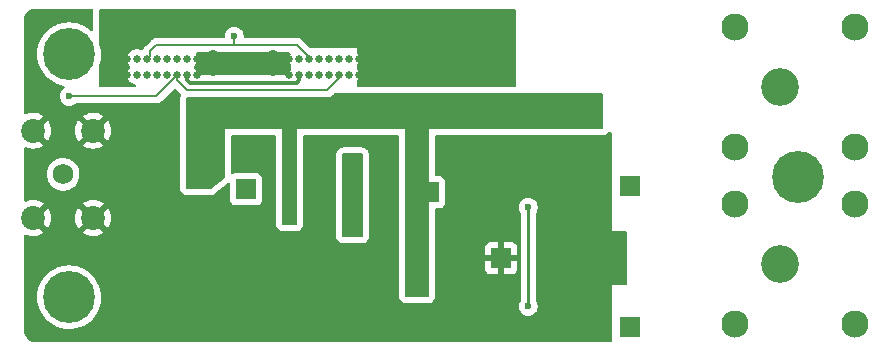
<source format=gbl>
G04 #@! TF.GenerationSoftware,KiCad,Pcbnew,(6.0.9-0)*
G04 #@! TF.CreationDate,2023-02-01T14:54:16-05:00*
G04 #@! TF.ProjectId,beach_bod_02,62656163-685f-4626-9f64-5f30322e6b69,rev?*
G04 #@! TF.SameCoordinates,Original*
G04 #@! TF.FileFunction,Copper,L2,Bot*
G04 #@! TF.FilePolarity,Positive*
%FSLAX46Y46*%
G04 Gerber Fmt 4.6, Leading zero omitted, Abs format (unit mm)*
G04 Created by KiCad (PCBNEW (6.0.9-0)) date 2023-02-01 14:54:16*
%MOMM*%
%LPD*%
G01*
G04 APERTURE LIST*
G04 #@! TA.AperFunction,ComponentPad*
%ADD10C,3.200000*%
G04 #@! TD*
G04 #@! TA.AperFunction,ComponentPad*
%ADD11C,2.300000*%
G04 #@! TD*
G04 #@! TA.AperFunction,ComponentPad*
%ADD12C,4.400000*%
G04 #@! TD*
G04 #@! TA.AperFunction,ComponentPad*
%ADD13C,1.755000*%
G04 #@! TD*
G04 #@! TA.AperFunction,ComponentPad*
%ADD14C,2.025000*%
G04 #@! TD*
G04 #@! TA.AperFunction,ComponentPad*
%ADD15R,1.700000X1.700000*%
G04 #@! TD*
G04 #@! TA.AperFunction,ComponentPad*
%ADD16C,0.650000*%
G04 #@! TD*
G04 #@! TA.AperFunction,ComponentPad*
%ADD17O,1.108000X2.216000*%
G04 #@! TD*
G04 #@! TA.AperFunction,ViaPad*
%ADD18C,0.600000*%
G04 #@! TD*
G04 #@! TA.AperFunction,Conductor*
%ADD19C,0.250000*%
G04 #@! TD*
G04 #@! TA.AperFunction,Conductor*
%ADD20C,0.300000*%
G04 #@! TD*
G04 #@! TA.AperFunction,Conductor*
%ADD21C,0.200000*%
G04 #@! TD*
G04 APERTURE END LIST*
D10*
X160782000Y-96520000D03*
D11*
X167142000Y-91440000D03*
X156982000Y-91440000D03*
X167142000Y-101600000D03*
X156982000Y-101600000D03*
D10*
X160782000Y-81534000D03*
D11*
X167142000Y-76454000D03*
X156982000Y-86614000D03*
X167142000Y-86614000D03*
X156982000Y-76454000D03*
D12*
X100584000Y-99314000D03*
X162306000Y-89154000D03*
D13*
X100076000Y-88900000D03*
D14*
X97536000Y-92600000D03*
X102616000Y-92600000D03*
X102616000Y-85200000D03*
X97536000Y-85200000D03*
D15*
X137160000Y-96012000D03*
X148082000Y-101854000D03*
X131064000Y-90424000D03*
X115570000Y-90170000D03*
D12*
X100584000Y-78740000D03*
D16*
X125154000Y-80479000D03*
X124304000Y-80479000D03*
X123454000Y-80479000D03*
X122604000Y-80479000D03*
X121754000Y-80479000D03*
X120904000Y-80479000D03*
X120054000Y-80479000D03*
X119204000Y-80479000D03*
X119204000Y-79129000D03*
X120054000Y-79129000D03*
X120904000Y-79129000D03*
X121754000Y-79129000D03*
X122604000Y-79129000D03*
X123454000Y-79129000D03*
X124304000Y-79129000D03*
X125154000Y-79129000D03*
D17*
X126504000Y-79499000D03*
X117854000Y-79499000D03*
X117854000Y-76119000D03*
X126504000Y-76119000D03*
D16*
X111433000Y-80479000D03*
X110583000Y-80479000D03*
X109733000Y-80479000D03*
X108883000Y-80479000D03*
X108033000Y-80479000D03*
X107183000Y-80479000D03*
X106333000Y-80479000D03*
X105483000Y-80479000D03*
X105483000Y-79129000D03*
X106333000Y-79129000D03*
X107183000Y-79129000D03*
X108033000Y-79129000D03*
X108883000Y-79129000D03*
X109733000Y-79129000D03*
X110583000Y-79129000D03*
X111433000Y-79129000D03*
D17*
X112783000Y-79499000D03*
X104133000Y-79499000D03*
X104133000Y-76119000D03*
X112783000Y-76119000D03*
D15*
X148082000Y-89916000D03*
D18*
X115316000Y-102108000D03*
X134874000Y-94234000D03*
X141986000Y-95758000D03*
X133604000Y-94234000D03*
X109728000Y-93472000D03*
X119380000Y-95504000D03*
X138176000Y-87884000D03*
X143256000Y-95758000D03*
X121666000Y-98806000D03*
X134874000Y-95504000D03*
X119380000Y-94234000D03*
X116586000Y-102108000D03*
X109728000Y-94996000D03*
X134874000Y-97282000D03*
X120650000Y-98806000D03*
X139192000Y-87884000D03*
X140716000Y-95758000D03*
X145034000Y-97536000D03*
X139446000Y-91694000D03*
X139446000Y-100076000D03*
X124206000Y-93472000D03*
X124968000Y-93472000D03*
X124206000Y-87884000D03*
X124206000Y-92456000D03*
X124968000Y-92456000D03*
X124968000Y-87884000D03*
X112776000Y-89408000D03*
X141478000Y-84328000D03*
X130048000Y-84328000D03*
X119380000Y-92710000D03*
X111252000Y-89408000D03*
X144272000Y-83312000D03*
X122682000Y-84582000D03*
X112014000Y-89408000D03*
X129794000Y-98552000D03*
X139446000Y-84328000D03*
X132334000Y-84797500D03*
X129286000Y-84328000D03*
X121920000Y-84582000D03*
X138684000Y-84328000D03*
X129794000Y-97282000D03*
X130556000Y-97282000D03*
X120142000Y-84582000D03*
X116840000Y-84582000D03*
X119380000Y-84582000D03*
X125222000Y-84582000D03*
X130556000Y-98552000D03*
X119380000Y-91948000D03*
X112014000Y-88646000D03*
X112776000Y-88646000D03*
X142240000Y-84328000D03*
X111252000Y-88646000D03*
X145034000Y-83312000D03*
X137922000Y-78232000D03*
X137922000Y-77470000D03*
X100584000Y-82296000D03*
X114554000Y-77216000D03*
D19*
X139446000Y-91694000D02*
X139446000Y-100076000D01*
D20*
X110583000Y-80938619D02*
X110798381Y-81154000D01*
X120054000Y-80938619D02*
X120054000Y-80479000D01*
X110583000Y-80479000D02*
X110583000Y-80938619D01*
X110798381Y-81154000D02*
X119838619Y-81154000D01*
X119838619Y-81154000D02*
X120054000Y-80938619D01*
D21*
X107949884Y-82296000D02*
X109733000Y-80512884D01*
X110582381Y-81788000D02*
X122428000Y-81788000D01*
X109733000Y-80938619D02*
X110582381Y-81788000D01*
X109733000Y-80479000D02*
X109733000Y-80938619D01*
X122428000Y-81788000D02*
X123444000Y-80772000D01*
X100584000Y-82296000D02*
X107949884Y-82296000D01*
X114554000Y-77216000D02*
X114554000Y-77978000D01*
X107183000Y-79129000D02*
X107442000Y-78870000D01*
X107950000Y-77978000D02*
X114554000Y-77978000D01*
X119888000Y-77978000D02*
X120904000Y-78994000D01*
X114554000Y-77978000D02*
X119888000Y-77978000D01*
X107442000Y-78486000D02*
X107950000Y-77978000D01*
X107442000Y-78870000D02*
X107442000Y-78486000D01*
G04 #@! TA.AperFunction,Conductor*
G36*
X138372121Y-74942502D02*
G01*
X138418614Y-74996158D01*
X138430000Y-75048500D01*
X138430000Y-81408000D01*
X138409998Y-81476121D01*
X138356342Y-81522614D01*
X138304000Y-81534000D01*
X125094000Y-81534000D01*
X125025879Y-81513998D01*
X124979386Y-81460342D01*
X124968000Y-81408000D01*
X124968000Y-81013680D01*
X124984881Y-80950680D01*
X125058984Y-80822330D01*
X125058986Y-80822326D01*
X125062286Y-80816611D01*
X125115908Y-80651576D01*
X125134047Y-80479000D01*
X125115908Y-80306424D01*
X125062286Y-80141389D01*
X125005685Y-80043354D01*
X124984881Y-80007320D01*
X124968000Y-79944320D01*
X124968000Y-79663680D01*
X124984881Y-79600680D01*
X125058984Y-79472330D01*
X125058986Y-79472326D01*
X125062286Y-79466611D01*
X125115908Y-79301576D01*
X125134047Y-79129000D01*
X125115908Y-78956424D01*
X125062286Y-78791389D01*
X125016259Y-78711669D01*
X124984881Y-78657320D01*
X124968000Y-78594320D01*
X124968000Y-78232000D01*
X121043425Y-78232000D01*
X120975304Y-78211998D01*
X120954330Y-78195095D01*
X120346297Y-77587062D01*
X120335429Y-77574671D01*
X120321305Y-77556264D01*
X120316282Y-77549718D01*
X120190841Y-77453464D01*
X120044762Y-77392956D01*
X119927361Y-77377500D01*
X119888000Y-77372318D01*
X119879812Y-77373396D01*
X119856827Y-77376422D01*
X119840381Y-77377500D01*
X115484373Y-77377500D01*
X115416252Y-77357498D01*
X115369759Y-77303842D01*
X115358766Y-77241945D01*
X115359251Y-77238493D01*
X115359565Y-77216000D01*
X115339546Y-77037528D01*
X115333427Y-77019955D01*
X115282803Y-76874584D01*
X115280485Y-76867927D01*
X115185316Y-76715625D01*
X115121771Y-76651635D01*
X115063733Y-76593190D01*
X115063729Y-76593187D01*
X115058770Y-76588193D01*
X115047761Y-76581206D01*
X114948846Y-76518433D01*
X114907136Y-76491963D01*
X114877352Y-76481357D01*
X114744586Y-76434081D01*
X114744581Y-76434080D01*
X114737951Y-76431719D01*
X114730965Y-76430886D01*
X114730961Y-76430885D01*
X114603177Y-76415648D01*
X114559624Y-76410455D01*
X114552621Y-76411191D01*
X114552620Y-76411191D01*
X114388025Y-76428490D01*
X114388021Y-76428491D01*
X114381017Y-76429227D01*
X114374346Y-76431498D01*
X114217677Y-76484832D01*
X114217674Y-76484833D01*
X114211007Y-76487103D01*
X114205009Y-76490793D01*
X114205007Y-76490794D01*
X114186165Y-76502386D01*
X114058045Y-76581206D01*
X114053014Y-76586132D01*
X114053011Y-76586135D01*
X114045807Y-76593190D01*
X113929732Y-76706859D01*
X113925913Y-76712784D01*
X113925912Y-76712786D01*
X113836265Y-76851891D01*
X113832446Y-76857817D01*
X113771022Y-77026578D01*
X113748514Y-77204753D01*
X113749201Y-77211760D01*
X113749201Y-77211763D01*
X113751892Y-77239205D01*
X113738632Y-77308952D01*
X113689770Y-77360459D01*
X113626493Y-77377500D01*
X107997619Y-77377500D01*
X107981173Y-77376422D01*
X107958188Y-77373396D01*
X107950000Y-77372318D01*
X107793238Y-77392956D01*
X107647159Y-77453464D01*
X107603999Y-77486582D01*
X107521718Y-77549718D01*
X107516692Y-77556268D01*
X107502577Y-77574663D01*
X107491710Y-77587054D01*
X107051055Y-78027709D01*
X107038675Y-78038567D01*
X107013718Y-78057718D01*
X106954600Y-78134762D01*
X106917464Y-78183159D01*
X106867617Y-78303500D01*
X106861193Y-78319009D01*
X106816645Y-78374290D01*
X106749281Y-78396711D01*
X106693535Y-78385898D01*
X106595530Y-78342263D01*
X106595529Y-78342263D01*
X106589499Y-78339578D01*
X106492729Y-78319009D01*
X106426221Y-78304872D01*
X106426217Y-78304872D01*
X106419764Y-78303500D01*
X106246236Y-78303500D01*
X106239783Y-78304872D01*
X106239779Y-78304872D01*
X106173271Y-78319009D01*
X106076501Y-78339578D01*
X106070472Y-78342262D01*
X106070470Y-78342263D01*
X105924007Y-78407473D01*
X105924005Y-78407474D01*
X105917977Y-78410158D01*
X105777590Y-78512155D01*
X105661478Y-78641111D01*
X105574714Y-78791389D01*
X105521092Y-78956424D01*
X105502953Y-79129000D01*
X105521092Y-79301576D01*
X105574714Y-79466611D01*
X105661478Y-79616889D01*
X105688014Y-79646360D01*
X105754040Y-79719690D01*
X105784758Y-79783697D01*
X105775993Y-79854151D01*
X105754040Y-79888310D01*
X105661478Y-79991111D01*
X105574714Y-80141389D01*
X105521092Y-80306424D01*
X105502953Y-80479000D01*
X105521092Y-80651576D01*
X105574714Y-80816611D01*
X105661478Y-80966889D01*
X105777590Y-81095845D01*
X105917976Y-81197842D01*
X105924004Y-81200526D01*
X105924006Y-81200527D01*
X106070470Y-81265737D01*
X106076501Y-81268422D01*
X106139586Y-81281831D01*
X106153333Y-81284753D01*
X106215806Y-81318481D01*
X106250128Y-81380631D01*
X106245400Y-81451470D01*
X106203124Y-81508507D01*
X106136723Y-81533635D01*
X106127136Y-81534000D01*
X103250000Y-81534000D01*
X103181879Y-81513998D01*
X103135386Y-81460342D01*
X103124000Y-81408000D01*
X103124000Y-79680244D01*
X103130476Y-79640368D01*
X103149495Y-79583360D01*
X103197251Y-79440218D01*
X103262446Y-79121199D01*
X103288843Y-78796658D01*
X103289436Y-78740000D01*
X103286935Y-78698506D01*
X103270069Y-78418755D01*
X103270069Y-78418751D01*
X103269841Y-78414977D01*
X103266506Y-78396711D01*
X103212022Y-78098385D01*
X103212021Y-78098381D01*
X103211342Y-78094663D01*
X103210222Y-78091055D01*
X103210217Y-78091036D01*
X103129668Y-77831627D01*
X103124000Y-77794263D01*
X103124000Y-75048500D01*
X103144002Y-74980379D01*
X103197658Y-74933886D01*
X103250000Y-74922500D01*
X138304000Y-74922500D01*
X138372121Y-74942502D01*
G37*
G04 #@! TD.AperFunction*
G04 #@! TA.AperFunction,Conductor*
G36*
X114522827Y-78579578D02*
G01*
X114554000Y-78583682D01*
X114562188Y-78582604D01*
X114585173Y-78579578D01*
X114601619Y-78578500D01*
X119200387Y-78578500D01*
X119268508Y-78598502D01*
X119315001Y-78652158D01*
X119325105Y-78722432D01*
X119309506Y-78767501D01*
X119295714Y-78791389D01*
X119242092Y-78956424D01*
X119223953Y-79129000D01*
X119242092Y-79301576D01*
X119295714Y-79466611D01*
X119299014Y-79472326D01*
X119299016Y-79472330D01*
X119363119Y-79583360D01*
X119380000Y-79646360D01*
X119380000Y-79961640D01*
X119363119Y-80024640D01*
X119352315Y-80043354D01*
X119295714Y-80141389D01*
X119242092Y-80306424D01*
X119241402Y-80312991D01*
X119233237Y-80390671D01*
X119206223Y-80456328D01*
X119148002Y-80496957D01*
X119107927Y-80503500D01*
X111529073Y-80503500D01*
X111460952Y-80483498D01*
X111414459Y-80429842D01*
X111403763Y-80390671D01*
X111395598Y-80312991D01*
X111394908Y-80306424D01*
X111341286Y-80141389D01*
X111254522Y-79991111D01*
X111161960Y-79888310D01*
X111131242Y-79824303D01*
X111140007Y-79753849D01*
X111161960Y-79719690D01*
X111227986Y-79646360D01*
X111254522Y-79616889D01*
X111341286Y-79466611D01*
X111394908Y-79301576D01*
X111413047Y-79129000D01*
X111394908Y-78956424D01*
X111341286Y-78791389D01*
X111327494Y-78767501D01*
X111310756Y-78698506D01*
X111333976Y-78631414D01*
X111389783Y-78587526D01*
X111436613Y-78578500D01*
X114506381Y-78578500D01*
X114522827Y-78579578D01*
G37*
G04 #@! TD.AperFunction*
G04 #@! TA.AperFunction,Conductor*
G36*
X145738121Y-82062002D02*
G01*
X145784614Y-82115658D01*
X145796000Y-82168000D01*
X145796000Y-84964000D01*
X145775998Y-85032121D01*
X145722342Y-85078614D01*
X145670000Y-85090000D01*
X131061216Y-85090000D01*
X131061216Y-99188000D01*
X131041214Y-99256121D01*
X130987558Y-99302614D01*
X130935216Y-99314000D01*
X129158000Y-99314000D01*
X129089879Y-99293998D01*
X129043386Y-99240342D01*
X129032000Y-99188000D01*
X129032000Y-85090000D01*
X119888000Y-85090000D01*
X119888000Y-93092000D01*
X119867998Y-93160121D01*
X119814342Y-93206614D01*
X119762000Y-93218000D01*
X118744000Y-93218000D01*
X118675879Y-93197998D01*
X118629386Y-93144342D01*
X118618000Y-93092000D01*
X118618000Y-85090000D01*
X113792000Y-85090000D01*
X113792000Y-89093441D01*
X113771998Y-89161562D01*
X113744712Y-89191830D01*
X112556514Y-90142389D01*
X112490825Y-90169325D01*
X112477802Y-90170000D01*
X110616000Y-90170000D01*
X110547879Y-90149998D01*
X110501386Y-90096342D01*
X110490000Y-90044000D01*
X110490000Y-82516343D01*
X110510002Y-82448222D01*
X110563658Y-82401729D01*
X110599555Y-82391421D01*
X110613555Y-82389578D01*
X110630000Y-82388500D01*
X122380381Y-82388500D01*
X122396827Y-82389578D01*
X122428000Y-82393682D01*
X122436188Y-82392604D01*
X122467361Y-82388500D01*
X122576574Y-82374122D01*
X122584762Y-82373044D01*
X122730841Y-82312536D01*
X122856282Y-82216282D01*
X122875430Y-82191328D01*
X122886297Y-82178938D01*
X122986330Y-82078905D01*
X123048642Y-82044879D01*
X123075425Y-82042000D01*
X145670000Y-82042000D01*
X145738121Y-82062002D01*
G37*
G04 #@! TD.AperFunction*
G04 #@! TA.AperFunction,Conductor*
G36*
X102560621Y-74942502D02*
G01*
X102607114Y-74996158D01*
X102618500Y-75048500D01*
X102618500Y-76650692D01*
X102598498Y-76718813D01*
X102544842Y-76765306D01*
X102474568Y-76775410D01*
X102409988Y-76745916D01*
X102403172Y-76739554D01*
X102386410Y-76722704D01*
X102383738Y-76720018D01*
X102128029Y-76518433D01*
X101849954Y-76349029D01*
X101731453Y-76295150D01*
X101556994Y-76215827D01*
X101556986Y-76215824D01*
X101553542Y-76214258D01*
X101243085Y-76116073D01*
X101101071Y-76089368D01*
X100926805Y-76056597D01*
X100926800Y-76056596D01*
X100923081Y-76055897D01*
X100598166Y-76034601D01*
X100594386Y-76034809D01*
X100594385Y-76034809D01*
X100497156Y-76040160D01*
X100273045Y-76052494D01*
X100269318Y-76053155D01*
X100269314Y-76053155D01*
X100010625Y-76099001D01*
X99952429Y-76109315D01*
X99948804Y-76110420D01*
X99948799Y-76110421D01*
X99747196Y-76171866D01*
X99640961Y-76204244D01*
X99637497Y-76205775D01*
X99637490Y-76205778D01*
X99453938Y-76286926D01*
X99343153Y-76335903D01*
X99339899Y-76337839D01*
X99339893Y-76337842D01*
X99317780Y-76350998D01*
X99063319Y-76502386D01*
X98805513Y-76701282D01*
X98802812Y-76703941D01*
X98802805Y-76703947D01*
X98576177Y-76927044D01*
X98573469Y-76929710D01*
X98370548Y-77184360D01*
X98199690Y-77461544D01*
X98063369Y-77757247D01*
X97963560Y-78067185D01*
X97962841Y-78070901D01*
X97962839Y-78070909D01*
X97902428Y-78383151D01*
X97902427Y-78383160D01*
X97901709Y-78386870D01*
X97878712Y-78711669D01*
X97894902Y-79036879D01*
X97950045Y-79357789D01*
X98043341Y-79669749D01*
X98173439Y-79968242D01*
X98338455Y-80248944D01*
X98340756Y-80251959D01*
X98533698Y-80504775D01*
X98533703Y-80504781D01*
X98535998Y-80507788D01*
X98763208Y-80741025D01*
X99016792Y-80945276D01*
X99293078Y-81117583D01*
X99588063Y-81255451D01*
X99897474Y-81356881D01*
X100097180Y-81396605D01*
X100100362Y-81397238D01*
X100163271Y-81430146D01*
X100198403Y-81491841D01*
X100194603Y-81562735D01*
X100153077Y-81620321D01*
X100141801Y-81628135D01*
X100094048Y-81657512D01*
X100094042Y-81657516D01*
X100088045Y-81661206D01*
X100083014Y-81666132D01*
X100083011Y-81666135D01*
X100053025Y-81695500D01*
X99959732Y-81786859D01*
X99862446Y-81937817D01*
X99801022Y-82106578D01*
X99778514Y-82284753D01*
X99796039Y-82463486D01*
X99852726Y-82633896D01*
X99856373Y-82639918D01*
X99910508Y-82729305D01*
X99945759Y-82787512D01*
X99950648Y-82792575D01*
X99950649Y-82792576D01*
X100027713Y-82872378D01*
X100070514Y-82916699D01*
X100220789Y-83015036D01*
X100389116Y-83077636D01*
X100396097Y-83078567D01*
X100396099Y-83078568D01*
X100560149Y-83100457D01*
X100560153Y-83100457D01*
X100567130Y-83101388D01*
X100574142Y-83100750D01*
X100574146Y-83100750D01*
X100738960Y-83085751D01*
X100738961Y-83085751D01*
X100745981Y-83085112D01*
X100916782Y-83029615D01*
X100947714Y-83011176D01*
X101064992Y-82941265D01*
X101064994Y-82941264D01*
X101071044Y-82937657D01*
X101076143Y-82932801D01*
X101076146Y-82932799D01*
X101077769Y-82931253D01*
X101079053Y-82930592D01*
X101081758Y-82928539D01*
X101082119Y-82929014D01*
X101140895Y-82898762D01*
X101164660Y-82896500D01*
X107902265Y-82896500D01*
X107918711Y-82897578D01*
X107930203Y-82899091D01*
X107949884Y-82901682D01*
X107958072Y-82900604D01*
X107989245Y-82896500D01*
X108098458Y-82882122D01*
X108106646Y-82881044D01*
X108252725Y-82820536D01*
X108378166Y-82724282D01*
X108397314Y-82699328D01*
X108408181Y-82686938D01*
X109431038Y-81664082D01*
X109493350Y-81630056D01*
X109564166Y-81635121D01*
X109609228Y-81664082D01*
X110033963Y-82088817D01*
X110067989Y-82151129D01*
X110062924Y-82221944D01*
X110059483Y-82230252D01*
X110024978Y-82305807D01*
X110004976Y-82373928D01*
X110004338Y-82378368D01*
X110004337Y-82378371D01*
X109992100Y-82463486D01*
X109984500Y-82516343D01*
X109984500Y-90044000D01*
X109996052Y-90151449D01*
X110007438Y-90203791D01*
X110041567Y-90306333D01*
X110119354Y-90427373D01*
X110165847Y-90481029D01*
X110169240Y-90483969D01*
X110267774Y-90569350D01*
X110267777Y-90569352D01*
X110274586Y-90575252D01*
X110405464Y-90635022D01*
X110473585Y-90655024D01*
X110478025Y-90655662D01*
X110478028Y-90655663D01*
X110611554Y-90674861D01*
X110611557Y-90674861D01*
X110616000Y-90675500D01*
X112477802Y-90675500D01*
X112503968Y-90674822D01*
X112510826Y-90674467D01*
X112516186Y-90674189D01*
X112516207Y-90674188D01*
X112516991Y-90674147D01*
X112533673Y-90672849D01*
X112537765Y-90672531D01*
X112537766Y-90672531D01*
X112543073Y-90672118D01*
X112548227Y-90670822D01*
X112548233Y-90670821D01*
X112678242Y-90638129D01*
X112678241Y-90638129D01*
X112682609Y-90637031D01*
X112686767Y-90635326D01*
X112686773Y-90635324D01*
X112744141Y-90611800D01*
X112744146Y-90611798D01*
X112748298Y-90610095D01*
X112752167Y-90607818D01*
X112752173Y-90607815D01*
X112868422Y-90539399D01*
X112868426Y-90539396D01*
X112872297Y-90537118D01*
X114014790Y-89623123D01*
X114080477Y-89596188D01*
X114150300Y-89609042D01*
X114202090Y-89657605D01*
X114219500Y-89721513D01*
X114219501Y-90423579D01*
X114219501Y-91067376D01*
X114219870Y-91070770D01*
X114219870Y-91070776D01*
X114222305Y-91093188D01*
X114226149Y-91128580D01*
X114276474Y-91262824D01*
X114281854Y-91270003D01*
X114281856Y-91270006D01*
X114354982Y-91367576D01*
X114362454Y-91377546D01*
X114369635Y-91382928D01*
X114469994Y-91458144D01*
X114469997Y-91458146D01*
X114477176Y-91463526D01*
X114566561Y-91497034D01*
X114604025Y-91511079D01*
X114604027Y-91511079D01*
X114611420Y-91513851D01*
X114619270Y-91514704D01*
X114619271Y-91514704D01*
X114669217Y-91520130D01*
X114672623Y-91520500D01*
X115569868Y-91520500D01*
X116467376Y-91520499D01*
X116470770Y-91520130D01*
X116470776Y-91520130D01*
X116520722Y-91514705D01*
X116520726Y-91514704D01*
X116528580Y-91513851D01*
X116662824Y-91463526D01*
X116670003Y-91458146D01*
X116670006Y-91458144D01*
X116770365Y-91382928D01*
X116777546Y-91377546D01*
X116785018Y-91367576D01*
X116858144Y-91270006D01*
X116858146Y-91270003D01*
X116863526Y-91262824D01*
X116897034Y-91173439D01*
X116911079Y-91135975D01*
X116911079Y-91135973D01*
X116913851Y-91128580D01*
X116920500Y-91067377D01*
X116920499Y-89272624D01*
X116913851Y-89211420D01*
X116863526Y-89077176D01*
X116858146Y-89069997D01*
X116858144Y-89069994D01*
X116782928Y-88969635D01*
X116777546Y-88962454D01*
X116757593Y-88947500D01*
X116670006Y-88881856D01*
X116670003Y-88881854D01*
X116662824Y-88876474D01*
X116573439Y-88842966D01*
X116535975Y-88828921D01*
X116535973Y-88828921D01*
X116528580Y-88826149D01*
X116520730Y-88825296D01*
X116520729Y-88825296D01*
X116470774Y-88819869D01*
X116470773Y-88819869D01*
X116467377Y-88819500D01*
X115570132Y-88819500D01*
X114672624Y-88819501D01*
X114669230Y-88819870D01*
X114669224Y-88819870D01*
X114619278Y-88825295D01*
X114619274Y-88825296D01*
X114611420Y-88826149D01*
X114477176Y-88876474D01*
X114476901Y-88875739D01*
X114414650Y-88889353D01*
X114348102Y-88864615D01*
X114305493Y-88807827D01*
X114297500Y-88763664D01*
X114297500Y-85721500D01*
X114317502Y-85653379D01*
X114371158Y-85606886D01*
X114423500Y-85595500D01*
X117986500Y-85595500D01*
X118054621Y-85615502D01*
X118101114Y-85669158D01*
X118112500Y-85721500D01*
X118112500Y-93092000D01*
X118124052Y-93199449D01*
X118135438Y-93251791D01*
X118169567Y-93354333D01*
X118247354Y-93475373D01*
X118293847Y-93529029D01*
X118297240Y-93531969D01*
X118395774Y-93617350D01*
X118395777Y-93617352D01*
X118402586Y-93623252D01*
X118533464Y-93683022D01*
X118601585Y-93703024D01*
X118606025Y-93703662D01*
X118606028Y-93703663D01*
X118739554Y-93722861D01*
X118739557Y-93722861D01*
X118744000Y-93723500D01*
X119762000Y-93723500D01*
X119765348Y-93723140D01*
X119765349Y-93723140D01*
X119791032Y-93720379D01*
X119869449Y-93711948D01*
X119872733Y-93711234D01*
X119872737Y-93711233D01*
X119897808Y-93705779D01*
X119921791Y-93700562D01*
X120024333Y-93666433D01*
X120145373Y-93588646D01*
X120199029Y-93542153D01*
X120255487Y-93476997D01*
X120287350Y-93440226D01*
X120287352Y-93440223D01*
X120293252Y-93433414D01*
X120353022Y-93302536D01*
X120373024Y-93234415D01*
X120377579Y-93202737D01*
X120392861Y-93096446D01*
X120392861Y-93096443D01*
X120393500Y-93092000D01*
X120393500Y-85721500D01*
X120413502Y-85653379D01*
X120467158Y-85606886D01*
X120519500Y-85595500D01*
X128400500Y-85595500D01*
X128468621Y-85615502D01*
X128515114Y-85669158D01*
X128526500Y-85721500D01*
X128526500Y-99188000D01*
X128538052Y-99295449D01*
X128538766Y-99298733D01*
X128538767Y-99298737D01*
X128544221Y-99323808D01*
X128549438Y-99347791D01*
X128583567Y-99450333D01*
X128661354Y-99571373D01*
X128664303Y-99574776D01*
X128664305Y-99574779D01*
X128686110Y-99599943D01*
X128707847Y-99625029D01*
X128711240Y-99627969D01*
X128809774Y-99713350D01*
X128809777Y-99713352D01*
X128816586Y-99719252D01*
X128824783Y-99722996D01*
X128824784Y-99722996D01*
X128850158Y-99734584D01*
X128947464Y-99779022D01*
X129015585Y-99799024D01*
X129020025Y-99799662D01*
X129020028Y-99799663D01*
X129153554Y-99818861D01*
X129153557Y-99818861D01*
X129158000Y-99819500D01*
X130935216Y-99819500D01*
X130938564Y-99819140D01*
X130938565Y-99819140D01*
X130964248Y-99816379D01*
X131042665Y-99807948D01*
X131045949Y-99807234D01*
X131045953Y-99807233D01*
X131071024Y-99801779D01*
X131095007Y-99796562D01*
X131197549Y-99762433D01*
X131318589Y-99684646D01*
X131372245Y-99638153D01*
X131427159Y-99574779D01*
X131460566Y-99536226D01*
X131460568Y-99536223D01*
X131466468Y-99529414D01*
X131526238Y-99398536D01*
X131546240Y-99330415D01*
X131550795Y-99298737D01*
X131566077Y-99192446D01*
X131566077Y-99192443D01*
X131566716Y-99188000D01*
X131566716Y-96906669D01*
X135802001Y-96906669D01*
X135802371Y-96913490D01*
X135807895Y-96964352D01*
X135811521Y-96979604D01*
X135856676Y-97100054D01*
X135865214Y-97115649D01*
X135941715Y-97217724D01*
X135954276Y-97230285D01*
X136056351Y-97306786D01*
X136071946Y-97315324D01*
X136192394Y-97360478D01*
X136207649Y-97364105D01*
X136258514Y-97369631D01*
X136265328Y-97370000D01*
X136887885Y-97370000D01*
X136903124Y-97365525D01*
X136904329Y-97364135D01*
X136906000Y-97356452D01*
X136906000Y-97351884D01*
X137414000Y-97351884D01*
X137418475Y-97367123D01*
X137419865Y-97368328D01*
X137427548Y-97369999D01*
X138054669Y-97369999D01*
X138061490Y-97369629D01*
X138112352Y-97364105D01*
X138127604Y-97360479D01*
X138248054Y-97315324D01*
X138263649Y-97306786D01*
X138365724Y-97230285D01*
X138378285Y-97217724D01*
X138454786Y-97115649D01*
X138463324Y-97100054D01*
X138508478Y-96979606D01*
X138512105Y-96964351D01*
X138517631Y-96913486D01*
X138518000Y-96906672D01*
X138518000Y-96284115D01*
X138513525Y-96268876D01*
X138512135Y-96267671D01*
X138504452Y-96266000D01*
X137432115Y-96266000D01*
X137416876Y-96270475D01*
X137415671Y-96271865D01*
X137414000Y-96279548D01*
X137414000Y-97351884D01*
X136906000Y-97351884D01*
X136906000Y-96284115D01*
X136901525Y-96268876D01*
X136900135Y-96267671D01*
X136892452Y-96266000D01*
X135820116Y-96266000D01*
X135804877Y-96270475D01*
X135803672Y-96271865D01*
X135802001Y-96279548D01*
X135802001Y-96906669D01*
X131566716Y-96906669D01*
X131566716Y-95739885D01*
X135802000Y-95739885D01*
X135806475Y-95755124D01*
X135807865Y-95756329D01*
X135815548Y-95758000D01*
X136887885Y-95758000D01*
X136903124Y-95753525D01*
X136904329Y-95752135D01*
X136906000Y-95744452D01*
X136906000Y-95739885D01*
X137414000Y-95739885D01*
X137418475Y-95755124D01*
X137419865Y-95756329D01*
X137427548Y-95758000D01*
X138499884Y-95758000D01*
X138515123Y-95753525D01*
X138516328Y-95752135D01*
X138517999Y-95744452D01*
X138517999Y-95117331D01*
X138517629Y-95110510D01*
X138512105Y-95059648D01*
X138508479Y-95044396D01*
X138463324Y-94923946D01*
X138454786Y-94908351D01*
X138378285Y-94806276D01*
X138365724Y-94793715D01*
X138263649Y-94717214D01*
X138248054Y-94708676D01*
X138127606Y-94663522D01*
X138112351Y-94659895D01*
X138061486Y-94654369D01*
X138054672Y-94654000D01*
X137432115Y-94654000D01*
X137416876Y-94658475D01*
X137415671Y-94659865D01*
X137414000Y-94667548D01*
X137414000Y-95739885D01*
X136906000Y-95739885D01*
X136906000Y-94672116D01*
X136901525Y-94656877D01*
X136900135Y-94655672D01*
X136892452Y-94654001D01*
X136265331Y-94654001D01*
X136258510Y-94654371D01*
X136207648Y-94659895D01*
X136192396Y-94663521D01*
X136071946Y-94708676D01*
X136056351Y-94717214D01*
X135954276Y-94793715D01*
X135941715Y-94806276D01*
X135865214Y-94908351D01*
X135856676Y-94923946D01*
X135811522Y-95044394D01*
X135807895Y-95059649D01*
X135802369Y-95110514D01*
X135802000Y-95117328D01*
X135802000Y-95739885D01*
X131566716Y-95739885D01*
X131566716Y-91900499D01*
X131586718Y-91832378D01*
X131640374Y-91785885D01*
X131692716Y-91774499D01*
X131961376Y-91774499D01*
X131964770Y-91774130D01*
X131964776Y-91774130D01*
X132014722Y-91768705D01*
X132014726Y-91768704D01*
X132022580Y-91767851D01*
X132156824Y-91717526D01*
X132164003Y-91712146D01*
X132164006Y-91712144D01*
X132264365Y-91636928D01*
X132271546Y-91631546D01*
X132276928Y-91624365D01*
X132352144Y-91524006D01*
X132352146Y-91524003D01*
X132357526Y-91516824D01*
X132407851Y-91382580D01*
X132414500Y-91321377D01*
X132414499Y-89526624D01*
X132413633Y-89518652D01*
X132408705Y-89473278D01*
X132408704Y-89473274D01*
X132407851Y-89465420D01*
X132357526Y-89331176D01*
X132352146Y-89323997D01*
X132352144Y-89323994D01*
X132276928Y-89223635D01*
X132271546Y-89216454D01*
X132232346Y-89187075D01*
X132164006Y-89135856D01*
X132164003Y-89135854D01*
X132156824Y-89130474D01*
X132067439Y-89096966D01*
X132029975Y-89082921D01*
X132029973Y-89082921D01*
X132022580Y-89080149D01*
X132014730Y-89079296D01*
X132014729Y-89079296D01*
X131964774Y-89073869D01*
X131964773Y-89073869D01*
X131961377Y-89073500D01*
X131692716Y-89073500D01*
X131624595Y-89053498D01*
X131578102Y-88999842D01*
X131566716Y-88947500D01*
X131566716Y-85721500D01*
X131586718Y-85653379D01*
X131640374Y-85606886D01*
X131692716Y-85595500D01*
X132253392Y-85595500D01*
X132270056Y-85596607D01*
X132310149Y-85601957D01*
X132310153Y-85601957D01*
X132317130Y-85602888D01*
X132324142Y-85602250D01*
X132324146Y-85602250D01*
X132392611Y-85596019D01*
X132404030Y-85595500D01*
X145670000Y-85595500D01*
X145673348Y-85595140D01*
X145673349Y-85595140D01*
X145699032Y-85592379D01*
X145777449Y-85583948D01*
X145780733Y-85583234D01*
X145780737Y-85583233D01*
X145805808Y-85577779D01*
X145829791Y-85572562D01*
X145932333Y-85538433D01*
X146053373Y-85460646D01*
X146107029Y-85414153D01*
X146130135Y-85387487D01*
X146189860Y-85349104D01*
X146225359Y-85344000D01*
X146432000Y-85344000D01*
X146500121Y-85364002D01*
X146546614Y-85417658D01*
X146558000Y-85470000D01*
X146558000Y-93726000D01*
X147702000Y-93726000D01*
X147770121Y-93746002D01*
X147816614Y-93799658D01*
X147828000Y-93852000D01*
X147828000Y-98158336D01*
X147807998Y-98226457D01*
X147754342Y-98272950D01*
X147703504Y-98284327D01*
X147650358Y-98284961D01*
X146558000Y-98298000D01*
X146558000Y-103005500D01*
X146537998Y-103073621D01*
X146484342Y-103120114D01*
X146432000Y-103131500D01*
X97838741Y-103131500D01*
X97819357Y-103130000D01*
X97805050Y-103127772D01*
X97805047Y-103127772D01*
X97796177Y-103126391D01*
X97787276Y-103127555D01*
X97787272Y-103127555D01*
X97783918Y-103127994D01*
X97756604Y-103128578D01*
X97650002Y-103119252D01*
X97623253Y-103116912D01*
X97601624Y-103113098D01*
X97450589Y-103072628D01*
X97429953Y-103065117D01*
X97365612Y-103035114D01*
X97288240Y-102999035D01*
X97269219Y-102988053D01*
X97141133Y-102898366D01*
X97124309Y-102884248D01*
X97013752Y-102773691D01*
X96999634Y-102756867D01*
X96909947Y-102628781D01*
X96898965Y-102609760D01*
X96832884Y-102468050D01*
X96825372Y-102447411D01*
X96784902Y-102296376D01*
X96781088Y-102274747D01*
X96770300Y-102151439D01*
X96770325Y-102129194D01*
X96770687Y-102125162D01*
X96771496Y-102120354D01*
X96771647Y-102108000D01*
X96767773Y-102080949D01*
X96766500Y-102063087D01*
X96766500Y-99285669D01*
X97878712Y-99285669D01*
X97881805Y-99347791D01*
X97894358Y-99599943D01*
X97894902Y-99610879D01*
X97895543Y-99614610D01*
X97895544Y-99614618D01*
X97944158Y-99897528D01*
X97950045Y-99931789D01*
X97951133Y-99935428D01*
X97951134Y-99935431D01*
X97998716Y-100094532D01*
X98043341Y-100243749D01*
X98173439Y-100542242D01*
X98175362Y-100545514D01*
X98175364Y-100545517D01*
X98188294Y-100567512D01*
X98338455Y-100822944D01*
X98340756Y-100825959D01*
X98533698Y-101078775D01*
X98533703Y-101078781D01*
X98535998Y-101081788D01*
X98763208Y-101315025D01*
X99016792Y-101519276D01*
X99293078Y-101691583D01*
X99588063Y-101829451D01*
X99897474Y-101930881D01*
X100216830Y-101994405D01*
X100220602Y-101994692D01*
X100220610Y-101994693D01*
X100537728Y-102018815D01*
X100537733Y-102018815D01*
X100541505Y-102019102D01*
X100866795Y-102004615D01*
X101187989Y-101951154D01*
X101500434Y-101859493D01*
X101799604Y-101730959D01*
X101802882Y-101729055D01*
X101802888Y-101729052D01*
X101966708Y-101633897D01*
X102081165Y-101567415D01*
X102341040Y-101371230D01*
X102575464Y-101145245D01*
X102577862Y-101142300D01*
X102778643Y-100895678D01*
X102778647Y-100895672D01*
X102781040Y-100892733D01*
X102954792Y-100617354D01*
X103094202Y-100323095D01*
X103180391Y-100064753D01*
X138640514Y-100064753D01*
X138641201Y-100071760D01*
X138641201Y-100071763D01*
X138642005Y-100079963D01*
X138658039Y-100243486D01*
X138660262Y-100250168D01*
X138660262Y-100250169D01*
X138668967Y-100276336D01*
X138714726Y-100413896D01*
X138718373Y-100419918D01*
X138803497Y-100560474D01*
X138807759Y-100567512D01*
X138932514Y-100696699D01*
X139082789Y-100795036D01*
X139251116Y-100857636D01*
X139258097Y-100858567D01*
X139258099Y-100858568D01*
X139422149Y-100880457D01*
X139422153Y-100880457D01*
X139429130Y-100881388D01*
X139436142Y-100880750D01*
X139436146Y-100880750D01*
X139600960Y-100865751D01*
X139600961Y-100865751D01*
X139607981Y-100865112D01*
X139778782Y-100809615D01*
X139860040Y-100761176D01*
X139926992Y-100721265D01*
X139926994Y-100721264D01*
X139933044Y-100717657D01*
X140063099Y-100593807D01*
X140080570Y-100567512D01*
X140158582Y-100450093D01*
X140162483Y-100444222D01*
X140208495Y-100323095D01*
X140223757Y-100282919D01*
X140223758Y-100282914D01*
X140226257Y-100276336D01*
X140251251Y-100098493D01*
X140251565Y-100076000D01*
X140231546Y-99897528D01*
X140225427Y-99879955D01*
X140174803Y-99734584D01*
X140172485Y-99727927D01*
X140090646Y-99596957D01*
X140071500Y-99530187D01*
X140071500Y-92237203D01*
X140092551Y-92167477D01*
X140162483Y-92062222D01*
X140177168Y-92023564D01*
X140223757Y-91900919D01*
X140223758Y-91900914D01*
X140226257Y-91894336D01*
X140244423Y-91765076D01*
X140250700Y-91720416D01*
X140250700Y-91720411D01*
X140251251Y-91716493D01*
X140251565Y-91694000D01*
X140231546Y-91515528D01*
X140225427Y-91497955D01*
X140174803Y-91352584D01*
X140172485Y-91345927D01*
X140157145Y-91321377D01*
X140081049Y-91199599D01*
X140077316Y-91193625D01*
X139979110Y-91094731D01*
X139955733Y-91071190D01*
X139955729Y-91071187D01*
X139950770Y-91066193D01*
X139939761Y-91059206D01*
X139860371Y-91008824D01*
X139799136Y-90969963D01*
X139769352Y-90959357D01*
X139636586Y-90912081D01*
X139636581Y-90912080D01*
X139629951Y-90909719D01*
X139622965Y-90908886D01*
X139622961Y-90908885D01*
X139495177Y-90893648D01*
X139451624Y-90888455D01*
X139444621Y-90889191D01*
X139444620Y-90889191D01*
X139280025Y-90906490D01*
X139280021Y-90906491D01*
X139273017Y-90907227D01*
X139266346Y-90909498D01*
X139109677Y-90962832D01*
X139109674Y-90962833D01*
X139103007Y-90965103D01*
X139097009Y-90968793D01*
X139097007Y-90968794D01*
X139031940Y-91008824D01*
X138950045Y-91059206D01*
X138945014Y-91064132D01*
X138945011Y-91064135D01*
X138913768Y-91094731D01*
X138821732Y-91184859D01*
X138817913Y-91190784D01*
X138817912Y-91190786D01*
X138783861Y-91243623D01*
X138724446Y-91335817D01*
X138722037Y-91342437D01*
X138722035Y-91342440D01*
X138707299Y-91382928D01*
X138663022Y-91504578D01*
X138640514Y-91682753D01*
X138641201Y-91689760D01*
X138641201Y-91689763D01*
X138645130Y-91729830D01*
X138658039Y-91861486D01*
X138660262Y-91868168D01*
X138660262Y-91868169D01*
X138668967Y-91894336D01*
X138714726Y-92031896D01*
X138796836Y-92167475D01*
X138802276Y-92176458D01*
X138820500Y-92241729D01*
X138820500Y-99531688D01*
X138800411Y-99599943D01*
X138724446Y-99717817D01*
X138663022Y-99886578D01*
X138640514Y-100064753D01*
X103180391Y-100064753D01*
X103197251Y-100014218D01*
X103262446Y-99695199D01*
X103288843Y-99370658D01*
X103289436Y-99314000D01*
X103269841Y-98988977D01*
X103265399Y-98964651D01*
X103212025Y-98672404D01*
X103211342Y-98668663D01*
X103114784Y-98357696D01*
X102981567Y-98060582D01*
X102813621Y-97781624D01*
X102811294Y-97778640D01*
X102811289Y-97778633D01*
X102615713Y-97527858D01*
X102615711Y-97527856D01*
X102613377Y-97524863D01*
X102383738Y-97294018D01*
X102128029Y-97092433D01*
X101849954Y-96923029D01*
X101731453Y-96869150D01*
X101556994Y-96789827D01*
X101556986Y-96789824D01*
X101553542Y-96788258D01*
X101243085Y-96690073D01*
X101101071Y-96663368D01*
X100926805Y-96630597D01*
X100926800Y-96630596D01*
X100923081Y-96629897D01*
X100598166Y-96608601D01*
X100594386Y-96608809D01*
X100594385Y-96608809D01*
X100497156Y-96614160D01*
X100273045Y-96626494D01*
X100269318Y-96627155D01*
X100269314Y-96627155D01*
X100010625Y-96673001D01*
X99952429Y-96683315D01*
X99948804Y-96684420D01*
X99948799Y-96684421D01*
X99747196Y-96745866D01*
X99640961Y-96778244D01*
X99637497Y-96779775D01*
X99637490Y-96779778D01*
X99453938Y-96860926D01*
X99343153Y-96909903D01*
X99339899Y-96911839D01*
X99339893Y-96911842D01*
X99225992Y-96979606D01*
X99063319Y-97076386D01*
X98805513Y-97275282D01*
X98802812Y-97277941D01*
X98802805Y-97277947D01*
X98576177Y-97501044D01*
X98573469Y-97503710D01*
X98571105Y-97506677D01*
X98571102Y-97506680D01*
X98556613Y-97524863D01*
X98370548Y-97758360D01*
X98199690Y-98035544D01*
X98063369Y-98331247D01*
X98062210Y-98334848D01*
X98062207Y-98334854D01*
X98053682Y-98361327D01*
X97963560Y-98641185D01*
X97962841Y-98644901D01*
X97962839Y-98644909D01*
X97902428Y-98957151D01*
X97902427Y-98957160D01*
X97901709Y-98960870D01*
X97901442Y-98964646D01*
X97901441Y-98964651D01*
X97878980Y-99281880D01*
X97878712Y-99285669D01*
X96766500Y-99285669D01*
X96766500Y-94115613D01*
X96786502Y-94047492D01*
X96840158Y-94000999D01*
X96910432Y-93990895D01*
X96940718Y-93999204D01*
X97060113Y-94048659D01*
X97069499Y-94051708D01*
X97292593Y-94105269D01*
X97302340Y-94106812D01*
X97531070Y-94124814D01*
X97540930Y-94124814D01*
X97769660Y-94106812D01*
X97779407Y-94105269D01*
X98002501Y-94051708D01*
X98011886Y-94048659D01*
X98223855Y-93960859D01*
X98232650Y-93956377D01*
X98403535Y-93851658D01*
X98412490Y-93841760D01*
X101739070Y-93841760D01*
X101744797Y-93849410D01*
X101919350Y-93956377D01*
X101928145Y-93960859D01*
X102140114Y-94048659D01*
X102149499Y-94051708D01*
X102372593Y-94105269D01*
X102382340Y-94106812D01*
X102611070Y-94124814D01*
X102620930Y-94124814D01*
X102834565Y-94108000D01*
X123192500Y-94108000D01*
X123204052Y-94215449D01*
X123215438Y-94267791D01*
X123249567Y-94370333D01*
X123327354Y-94491373D01*
X123373847Y-94545029D01*
X123377240Y-94547969D01*
X123475774Y-94633350D01*
X123475777Y-94633352D01*
X123482586Y-94639252D01*
X123613464Y-94699022D01*
X123646343Y-94708676D01*
X123675421Y-94717214D01*
X123681585Y-94719024D01*
X123686025Y-94719662D01*
X123686028Y-94719663D01*
X123819554Y-94738861D01*
X123819557Y-94738861D01*
X123824000Y-94739500D01*
X125350000Y-94739500D01*
X125353348Y-94739140D01*
X125353349Y-94739140D01*
X125379032Y-94736379D01*
X125457449Y-94727948D01*
X125460733Y-94727234D01*
X125460737Y-94727233D01*
X125485808Y-94721779D01*
X125509791Y-94716562D01*
X125612333Y-94682433D01*
X125733373Y-94604646D01*
X125787029Y-94558153D01*
X125841943Y-94494779D01*
X125875350Y-94456226D01*
X125875352Y-94456223D01*
X125881252Y-94449414D01*
X125941022Y-94318536D01*
X125961024Y-94250415D01*
X125965579Y-94218737D01*
X125980861Y-94112446D01*
X125980861Y-94112443D01*
X125981500Y-94108000D01*
X125981500Y-87248000D01*
X125969948Y-87140551D01*
X125958562Y-87088209D01*
X125924433Y-86985667D01*
X125846646Y-86864627D01*
X125800153Y-86810971D01*
X125734757Y-86754305D01*
X125698226Y-86722650D01*
X125698223Y-86722648D01*
X125691414Y-86716748D01*
X125560536Y-86656978D01*
X125492415Y-86636976D01*
X125487975Y-86636338D01*
X125487972Y-86636337D01*
X125354446Y-86617139D01*
X125354443Y-86617139D01*
X125350000Y-86616500D01*
X123824000Y-86616500D01*
X123820652Y-86616860D01*
X123820651Y-86616860D01*
X123818056Y-86617139D01*
X123716551Y-86628052D01*
X123713267Y-86628766D01*
X123713263Y-86628767D01*
X123688192Y-86634221D01*
X123664209Y-86639438D01*
X123561667Y-86673567D01*
X123440627Y-86751354D01*
X123386971Y-86797847D01*
X123384031Y-86801240D01*
X123298650Y-86899774D01*
X123298648Y-86899777D01*
X123292748Y-86906586D01*
X123232978Y-87037464D01*
X123212976Y-87105585D01*
X123212338Y-87110025D01*
X123212337Y-87110028D01*
X123207949Y-87140551D01*
X123192500Y-87248000D01*
X123192500Y-94108000D01*
X102834565Y-94108000D01*
X102849660Y-94106812D01*
X102859407Y-94105269D01*
X103082501Y-94051708D01*
X103091886Y-94048659D01*
X103303855Y-93960859D01*
X103312650Y-93956377D01*
X103483535Y-93851658D01*
X103492997Y-93841200D01*
X103489214Y-93832424D01*
X102628812Y-92972022D01*
X102614868Y-92964408D01*
X102613035Y-92964539D01*
X102606420Y-92968790D01*
X101745830Y-93829380D01*
X101739070Y-93841760D01*
X98412490Y-93841760D01*
X98412997Y-93841200D01*
X98409214Y-93832424D01*
X97265885Y-92689095D01*
X97231859Y-92626783D01*
X97233694Y-92601132D01*
X97900408Y-92601132D01*
X97900539Y-92602965D01*
X97904790Y-92609580D01*
X98765380Y-93470170D01*
X98777760Y-93476930D01*
X98785410Y-93471203D01*
X98892377Y-93296650D01*
X98896859Y-93287855D01*
X98984659Y-93075886D01*
X98987708Y-93066501D01*
X99041269Y-92843407D01*
X99042812Y-92833660D01*
X99060814Y-92604930D01*
X101091186Y-92604930D01*
X101109188Y-92833660D01*
X101110731Y-92843407D01*
X101164292Y-93066501D01*
X101167341Y-93075886D01*
X101255141Y-93287855D01*
X101259623Y-93296650D01*
X101364342Y-93467535D01*
X101374800Y-93476997D01*
X101383576Y-93473214D01*
X102243978Y-92612812D01*
X102250356Y-92601132D01*
X102980408Y-92601132D01*
X102980539Y-92602965D01*
X102984790Y-92609580D01*
X103845380Y-93470170D01*
X103857760Y-93476930D01*
X103865410Y-93471203D01*
X103972377Y-93296650D01*
X103976859Y-93287855D01*
X104064659Y-93075886D01*
X104067708Y-93066501D01*
X104121269Y-92843407D01*
X104122812Y-92833660D01*
X104140814Y-92604930D01*
X104140814Y-92595070D01*
X104122812Y-92366340D01*
X104121269Y-92356593D01*
X104067708Y-92133499D01*
X104064659Y-92124114D01*
X103976859Y-91912145D01*
X103972377Y-91903350D01*
X103867658Y-91732465D01*
X103857200Y-91723003D01*
X103848424Y-91726786D01*
X102988022Y-92587188D01*
X102980408Y-92601132D01*
X102250356Y-92601132D01*
X102251592Y-92598868D01*
X102251461Y-92597035D01*
X102247210Y-92590420D01*
X101386620Y-91729830D01*
X101374240Y-91723070D01*
X101366590Y-91728797D01*
X101259623Y-91903350D01*
X101255141Y-91912145D01*
X101167341Y-92124114D01*
X101164292Y-92133499D01*
X101110731Y-92356593D01*
X101109188Y-92366340D01*
X101091186Y-92595070D01*
X101091186Y-92604930D01*
X99060814Y-92604930D01*
X99060814Y-92595070D01*
X99042812Y-92366340D01*
X99041269Y-92356593D01*
X98987708Y-92133499D01*
X98984659Y-92124114D01*
X98896859Y-91912145D01*
X98892377Y-91903350D01*
X98787658Y-91732465D01*
X98777200Y-91723003D01*
X98768424Y-91726786D01*
X97908022Y-92587188D01*
X97900408Y-92601132D01*
X97233694Y-92601132D01*
X97236924Y-92555968D01*
X97265885Y-92510905D01*
X98406170Y-91370620D01*
X98412624Y-91358800D01*
X101739003Y-91358800D01*
X101742786Y-91367576D01*
X102603188Y-92227978D01*
X102617132Y-92235592D01*
X102618965Y-92235461D01*
X102625580Y-92231210D01*
X103486170Y-91370620D01*
X103492930Y-91358240D01*
X103487203Y-91350590D01*
X103312650Y-91243623D01*
X103303855Y-91239141D01*
X103091886Y-91151341D01*
X103082501Y-91148292D01*
X102859407Y-91094731D01*
X102849660Y-91093188D01*
X102620930Y-91075186D01*
X102611070Y-91075186D01*
X102382340Y-91093188D01*
X102372593Y-91094731D01*
X102149499Y-91148292D01*
X102140114Y-91151341D01*
X101928145Y-91239141D01*
X101919350Y-91243623D01*
X101748465Y-91348342D01*
X101739003Y-91358800D01*
X98412624Y-91358800D01*
X98412930Y-91358240D01*
X98407203Y-91350590D01*
X98232650Y-91243623D01*
X98223855Y-91239141D01*
X98011886Y-91151341D01*
X98002501Y-91148292D01*
X97779407Y-91094731D01*
X97769660Y-91093188D01*
X97540930Y-91075186D01*
X97531070Y-91075186D01*
X97302340Y-91093188D01*
X97292593Y-91094731D01*
X97069499Y-91148292D01*
X97060113Y-91151341D01*
X96940718Y-91200796D01*
X96870128Y-91208385D01*
X96806641Y-91176605D01*
X96770414Y-91115547D01*
X96766500Y-91084387D01*
X96766500Y-88866217D01*
X98693690Y-88866217D01*
X98693987Y-88871369D01*
X98693987Y-88871373D01*
X98695638Y-88900000D01*
X98706734Y-89092438D01*
X98707869Y-89097475D01*
X98707870Y-89097481D01*
X98755412Y-89308442D01*
X98756550Y-89313491D01*
X98758494Y-89318277D01*
X98758495Y-89318282D01*
X98832296Y-89500031D01*
X98841801Y-89523439D01*
X98960197Y-89716644D01*
X99108559Y-89887918D01*
X99282903Y-90032660D01*
X99287359Y-90035264D01*
X99287362Y-90035266D01*
X99474087Y-90144380D01*
X99478545Y-90146985D01*
X99690233Y-90227820D01*
X99695299Y-90228851D01*
X99695300Y-90228851D01*
X99747356Y-90239442D01*
X99912280Y-90272996D01*
X100039466Y-90277660D01*
X100133560Y-90281111D01*
X100133565Y-90281111D01*
X100138724Y-90281300D01*
X100143844Y-90280644D01*
X100143846Y-90280644D01*
X100215901Y-90271413D01*
X100363484Y-90252507D01*
X100368433Y-90251022D01*
X100368439Y-90251021D01*
X100575581Y-90188875D01*
X100580524Y-90187392D01*
X100784013Y-90087704D01*
X100840588Y-90047349D01*
X100964277Y-89959123D01*
X100964282Y-89959119D01*
X100968489Y-89956118D01*
X101128997Y-89796170D01*
X101261225Y-89612155D01*
X101269117Y-89596188D01*
X101329862Y-89473278D01*
X101361623Y-89409014D01*
X101417946Y-89223635D01*
X101425991Y-89197156D01*
X101425992Y-89197150D01*
X101427495Y-89192204D01*
X101441532Y-89085580D01*
X101456635Y-88970868D01*
X101456636Y-88970861D01*
X101457072Y-88967546D01*
X101457154Y-88964193D01*
X101458641Y-88903364D01*
X101458641Y-88903360D01*
X101458723Y-88900000D01*
X101442975Y-88708454D01*
X101440580Y-88679316D01*
X101440579Y-88679310D01*
X101440156Y-88674165D01*
X101384954Y-88454396D01*
X101382895Y-88449660D01*
X101296659Y-88251330D01*
X101296657Y-88251327D01*
X101294599Y-88246593D01*
X101291793Y-88242255D01*
X101174328Y-88060682D01*
X101174323Y-88060676D01*
X101171517Y-88056338D01*
X101019015Y-87888740D01*
X101014964Y-87885541D01*
X101014960Y-87885537D01*
X100845241Y-87751502D01*
X100845236Y-87751499D01*
X100841187Y-87748301D01*
X100836671Y-87745808D01*
X100836668Y-87745806D01*
X100647334Y-87641288D01*
X100647330Y-87641286D01*
X100642810Y-87638791D01*
X100637941Y-87637067D01*
X100637937Y-87637065D01*
X100434086Y-87564877D01*
X100434082Y-87564876D01*
X100429211Y-87563151D01*
X100424118Y-87562244D01*
X100424115Y-87562243D01*
X100329480Y-87545386D01*
X100206126Y-87523414D01*
X100120153Y-87522363D01*
X99984716Y-87520708D01*
X99984714Y-87520708D01*
X99979546Y-87520645D01*
X99850531Y-87540387D01*
X99760666Y-87554138D01*
X99760663Y-87554139D01*
X99755557Y-87554920D01*
X99725094Y-87564877D01*
X99545086Y-87623713D01*
X99545084Y-87623714D01*
X99540173Y-87625319D01*
X99339180Y-87729949D01*
X99335047Y-87733052D01*
X99335044Y-87733054D01*
X99318060Y-87745806D01*
X99157974Y-87866002D01*
X99001422Y-88029824D01*
X98873729Y-88217015D01*
X98778324Y-88422548D01*
X98717769Y-88640904D01*
X98693690Y-88866217D01*
X96766500Y-88866217D01*
X96766500Y-86715613D01*
X96786502Y-86647492D01*
X96840158Y-86600999D01*
X96910432Y-86590895D01*
X96940718Y-86599204D01*
X97060113Y-86648659D01*
X97069499Y-86651708D01*
X97292593Y-86705269D01*
X97302340Y-86706812D01*
X97531070Y-86724814D01*
X97540930Y-86724814D01*
X97769660Y-86706812D01*
X97779407Y-86705269D01*
X98002501Y-86651708D01*
X98011886Y-86648659D01*
X98223855Y-86560859D01*
X98232650Y-86556377D01*
X98403535Y-86451658D01*
X98412490Y-86441760D01*
X101739070Y-86441760D01*
X101744797Y-86449410D01*
X101919350Y-86556377D01*
X101928145Y-86560859D01*
X102140114Y-86648659D01*
X102149499Y-86651708D01*
X102372593Y-86705269D01*
X102382340Y-86706812D01*
X102611070Y-86724814D01*
X102620930Y-86724814D01*
X102849660Y-86706812D01*
X102859407Y-86705269D01*
X103082501Y-86651708D01*
X103091886Y-86648659D01*
X103303855Y-86560859D01*
X103312650Y-86556377D01*
X103483535Y-86451658D01*
X103492997Y-86441200D01*
X103489214Y-86432424D01*
X102628812Y-85572022D01*
X102614868Y-85564408D01*
X102613035Y-85564539D01*
X102606420Y-85568790D01*
X101745830Y-86429380D01*
X101739070Y-86441760D01*
X98412490Y-86441760D01*
X98412997Y-86441200D01*
X98409214Y-86432424D01*
X97265885Y-85289095D01*
X97231859Y-85226783D01*
X97233694Y-85201132D01*
X97900408Y-85201132D01*
X97900539Y-85202965D01*
X97904790Y-85209580D01*
X98765380Y-86070170D01*
X98777760Y-86076930D01*
X98785410Y-86071203D01*
X98892377Y-85896650D01*
X98896859Y-85887855D01*
X98984659Y-85675886D01*
X98987708Y-85666501D01*
X99041269Y-85443407D01*
X99042812Y-85433660D01*
X99060814Y-85204930D01*
X101091186Y-85204930D01*
X101109188Y-85433660D01*
X101110731Y-85443407D01*
X101164292Y-85666501D01*
X101167341Y-85675886D01*
X101255141Y-85887855D01*
X101259623Y-85896650D01*
X101364342Y-86067535D01*
X101374800Y-86076997D01*
X101383576Y-86073214D01*
X102243978Y-85212812D01*
X102250356Y-85201132D01*
X102980408Y-85201132D01*
X102980539Y-85202965D01*
X102984790Y-85209580D01*
X103845380Y-86070170D01*
X103857760Y-86076930D01*
X103865410Y-86071203D01*
X103972377Y-85896650D01*
X103976859Y-85887855D01*
X104064659Y-85675886D01*
X104067708Y-85666501D01*
X104121269Y-85443407D01*
X104122812Y-85433660D01*
X104140814Y-85204930D01*
X104140814Y-85195070D01*
X104122812Y-84966340D01*
X104121269Y-84956593D01*
X104067708Y-84733499D01*
X104064659Y-84724114D01*
X103976859Y-84512145D01*
X103972377Y-84503350D01*
X103867658Y-84332465D01*
X103857200Y-84323003D01*
X103848424Y-84326786D01*
X102988022Y-85187188D01*
X102980408Y-85201132D01*
X102250356Y-85201132D01*
X102251592Y-85198868D01*
X102251461Y-85197035D01*
X102247210Y-85190420D01*
X101386620Y-84329830D01*
X101374240Y-84323070D01*
X101366590Y-84328797D01*
X101259623Y-84503350D01*
X101255141Y-84512145D01*
X101167341Y-84724114D01*
X101164292Y-84733499D01*
X101110731Y-84956593D01*
X101109188Y-84966340D01*
X101091186Y-85195070D01*
X101091186Y-85204930D01*
X99060814Y-85204930D01*
X99060814Y-85195070D01*
X99042812Y-84966340D01*
X99041269Y-84956593D01*
X98987708Y-84733499D01*
X98984659Y-84724114D01*
X98896859Y-84512145D01*
X98892377Y-84503350D01*
X98787658Y-84332465D01*
X98777200Y-84323003D01*
X98768424Y-84326786D01*
X97908022Y-85187188D01*
X97900408Y-85201132D01*
X97233694Y-85201132D01*
X97236924Y-85155968D01*
X97265885Y-85110905D01*
X98406170Y-83970620D01*
X98412624Y-83958800D01*
X101739003Y-83958800D01*
X101742786Y-83967576D01*
X102603188Y-84827978D01*
X102617132Y-84835592D01*
X102618965Y-84835461D01*
X102625580Y-84831210D01*
X103486170Y-83970620D01*
X103492930Y-83958240D01*
X103487203Y-83950590D01*
X103312650Y-83843623D01*
X103303855Y-83839141D01*
X103091886Y-83751341D01*
X103082501Y-83748292D01*
X102859407Y-83694731D01*
X102849660Y-83693188D01*
X102620930Y-83675186D01*
X102611070Y-83675186D01*
X102382340Y-83693188D01*
X102372593Y-83694731D01*
X102149499Y-83748292D01*
X102140114Y-83751341D01*
X101928145Y-83839141D01*
X101919350Y-83843623D01*
X101748465Y-83948342D01*
X101739003Y-83958800D01*
X98412624Y-83958800D01*
X98412930Y-83958240D01*
X98407203Y-83950590D01*
X98232650Y-83843623D01*
X98223855Y-83839141D01*
X98011886Y-83751341D01*
X98002501Y-83748292D01*
X97779407Y-83694731D01*
X97769660Y-83693188D01*
X97540930Y-83675186D01*
X97531070Y-83675186D01*
X97302340Y-83693188D01*
X97292593Y-83694731D01*
X97069499Y-83748292D01*
X97060113Y-83751341D01*
X96940718Y-83800796D01*
X96870128Y-83808385D01*
X96806641Y-83776605D01*
X96770414Y-83715547D01*
X96766500Y-83684387D01*
X96766500Y-75744576D01*
X96768246Y-75723671D01*
X96770689Y-75709148D01*
X96771496Y-75704354D01*
X96771647Y-75692000D01*
X96770755Y-75685772D01*
X96770699Y-75683232D01*
X96770640Y-75682326D01*
X96770679Y-75682323D01*
X96770089Y-75655557D01*
X96780070Y-75554226D01*
X96784886Y-75530009D01*
X96821475Y-75409392D01*
X96830924Y-75386582D01*
X96890334Y-75275434D01*
X96904057Y-75254897D01*
X96984009Y-75157475D01*
X97001475Y-75140009D01*
X97098897Y-75060057D01*
X97119434Y-75046334D01*
X97186191Y-75010651D01*
X97230583Y-74986924D01*
X97253392Y-74977475D01*
X97374009Y-74940886D01*
X97398226Y-74936070D01*
X97496190Y-74926421D01*
X97511966Y-74926864D01*
X97511975Y-74926118D01*
X97520952Y-74926228D01*
X97529823Y-74927609D01*
X97538725Y-74926445D01*
X97538728Y-74926445D01*
X97560756Y-74923564D01*
X97577093Y-74922500D01*
X102492500Y-74922500D01*
X102560621Y-74942502D01*
G37*
G04 #@! TD.AperFunction*
G04 #@! TA.AperFunction,Conductor*
G36*
X125418121Y-87142002D02*
G01*
X125464614Y-87195658D01*
X125476000Y-87248000D01*
X125476000Y-94108000D01*
X125455998Y-94176121D01*
X125402342Y-94222614D01*
X125350000Y-94234000D01*
X123824000Y-94234000D01*
X123755879Y-94213998D01*
X123709386Y-94160342D01*
X123698000Y-94108000D01*
X123698000Y-87248000D01*
X123718002Y-87179879D01*
X123771658Y-87133386D01*
X123824000Y-87122000D01*
X125350000Y-87122000D01*
X125418121Y-87142002D01*
G37*
G04 #@! TD.AperFunction*
M02*

</source>
